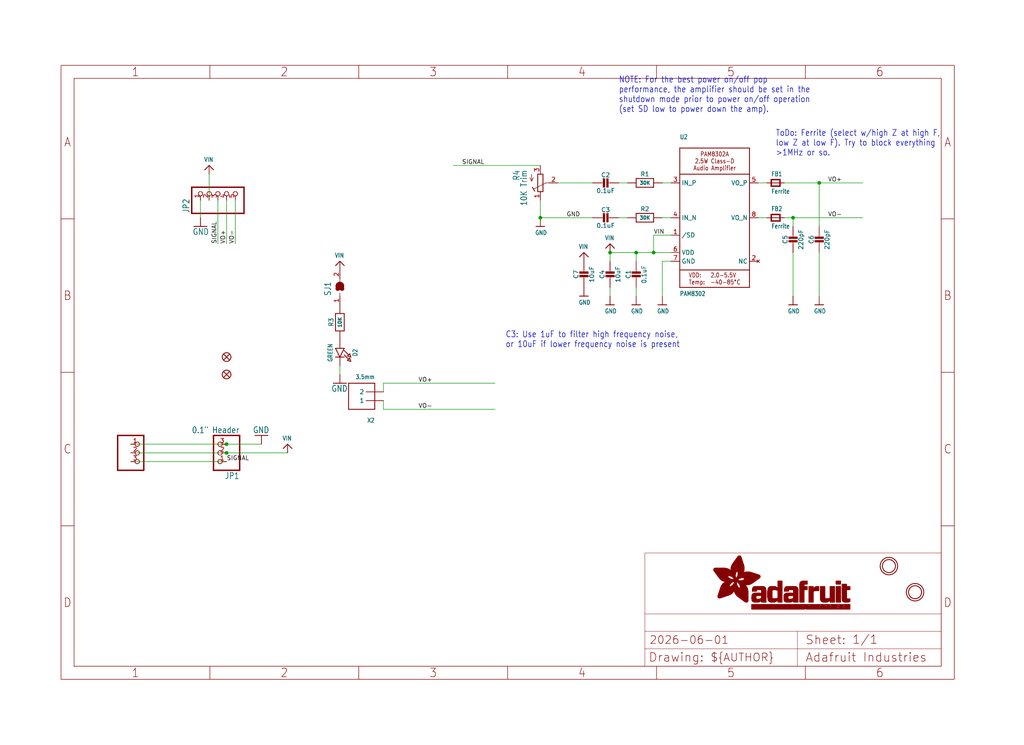
<source format=kicad_sch>
(kicad_sch (version 20230121) (generator eeschema)
  (paper "User" 298.45 217.322)
  (lib_symbols
    (symbol "working-eagle-import:AUDIOAMP_PAM8302A"
      (property "Reference" "U" (at -10.16 22.86 0))
      (symbol "AUDIOAMP_PAM8302A_1_0"
        (text "2.0-5.5V\n-40-85°C" (at -1.27 -17.78 0) (effects (font (size 1.27 1.0795)) (justify left)))
        (text "PAM8302A\n2.5W Class-D\nAudio Amplifier" (at 0 16.51 0) (effects (font (size 1.27 1.0795))))
        (text "VDD:\nTemp:" (at -7.62 -17.78 0) (effects (font (size 1.27 1.0795)) (justify left)))
        (pin input line (at -12.7 -5.08 0) (length 2.54) (name "/SD") (number "1"))
        (pin no_connect line (at 12.7 -12.7 180) (length 2.54) (name "NC") (number "2"))
        (pin input line (at -12.7 10.16 0) (length 2.54) (name "IN_P") (number "3"))
        (pin input line (at -12.7 0 0) (length 2.54) (name "IN_N") (number "4"))
        (pin output line (at 12.7 10.16 180) (length 2.54) (name "VO_P") (number "5"))
        (pin power_in line (at -12.7 -10.16 0) (length 2.54) (name "VDD") (number "6"))
        (pin power_in line (at -12.7 -12.7 0) (length 2.54) (name "GND") (number "7"))
        (pin output line (at 12.7 0 180) (length 2.54) (name "VO_N") (number "8"))
      )
    )
    (symbol "working-eagle-import:CAP_CERAMIC0603_NO"
      (property "Reference" "C" (at -2.29 1.25 90))
      (symbol "CAP_CERAMIC0603_NO_1_0"
        (pin passive line (at 0 5.08 270) (length 2.54) (name "1") (number "1"))
        (pin passive line (at 0 -2.54 90) (length 2.54) (name "2") (number "2"))
      )
    )
    (symbol "working-eagle-import:CAP_CERAMIC0805-NOOUTLINE"
      (property "Reference" "C" (at -2.29 1.25 90))
      (symbol "CAP_CERAMIC0805-NOOUTLINE_1_0"
        (pin passive line (at 0 5.08 270) (length 2.54) (name "1") (number "1"))
        (pin passive line (at 0 -2.54 90) (length 2.54) (name "2") (number "2"))
      )
    )
    (symbol "working-eagle-import:CON_JST_PH_3PIN"
      (symbol "CON_JST_PH_3PIN_1_0"
        (pin passive inverted (at -2.54 2.54 0) (length 2.54) (name "1") (number "1"))
        (pin passive inverted (at -2.54 0 0) (length 2.54) (name "2") (number "2"))
        (pin passive inverted (at -2.54 -2.54 0) (length 2.54) (name "3") (number "3"))
      )
      (symbol "CON_JST_PH_3PIN_2_0"
        (pin bidirectional line (at 0 0 0) (length 5.08) (name "MT") (number "NC1"))
      )
      (symbol "CON_JST_PH_3PIN_3_0"
        (pin bidirectional line (at 0 0 0) (length 5.08) (name "MT") (number "NC2"))
      )
    )
    (symbol "working-eagle-import:FERRITE-0603NO"
      (property "Reference" "FB" (at -1.27 1.905 0))
      (symbol "FERRITE-0603NO_1_0"
        (pin passive line (at -2.54 0 0) (length 2.54) (name "P$1") (number "1"))
        (pin passive line (at 2.54 0 180) (length 2.54) (name "P$2") (number "2"))
      )
    )
    (symbol "working-eagle-import:FIDUCIAL_1MM")
    (symbol "working-eagle-import:FRAME_A4_ADAFRUIT"
      (symbol "FRAME_A4_ADAFRUIT_1_0"
        (text "${#}/${##}" (at 230.505 10.16 0) (effects (font (size 2.54 2.54)) (justify left bottom)))
        (text "${AUTHOR}" (at 189.23 5.08 0) (effects (font (size 2.286 2.286)) (justify left bottom)))
        (text "${CURRENT_DATE}" (at 171.45 10.16 0) (effects (font (size 2.286 2.286)) (justify left bottom)))
        (text "${PROJECTNAME}" (at 171.45 15.24 0) (effects (font (size 2.54 2.54)) (justify left bottom)))
        (text "1" (at 21.6958 1.905 0) (effects (font (size 2.54 2.286))))
        (text "1" (at 21.6958 177.165 0) (effects (font (size 2.54 2.286))))
        (text "2" (at 65.0875 1.905 0) (effects (font (size 2.54 2.286))))
        (text "2" (at 65.0875 177.165 0) (effects (font (size 2.54 2.286))))
        (text "3" (at 108.4792 1.905 0) (effects (font (size 2.54 2.286))))
        (text "3" (at 108.4792 177.165 0) (effects (font (size 2.54 2.286))))
        (text "4" (at 151.8708 1.905 0) (effects (font (size 2.54 2.286))))
        (text "4" (at 151.8708 177.165 0) (effects (font (size 2.54 2.286))))
        (text "5" (at 195.2625 1.905 0) (effects (font (size 2.54 2.286))))
        (text "5" (at 195.2625 177.165 0) (effects (font (size 2.54 2.286))))
        (text "6" (at 238.6542 1.905 0) (effects (font (size 2.54 2.286))))
        (text "6" (at 238.6542 177.165 0) (effects (font (size 2.54 2.286))))
        (text "A" (at 1.905 156.6863 0) (effects (font (size 2.54 2.286))))
        (text "A" (at 258.445 156.6863 0) (effects (font (size 2.54 2.286))))
        (text "Adafruit Industries" (at 216.916 4.953 0) (effects (font (size 2.54 2.54)) (justify left bottom)))
        (text "B" (at 1.905 111.9188 0) (effects (font (size 2.54 2.286))))
        (text "B" (at 258.445 111.9188 0) (effects (font (size 2.54 2.286))))
        (text "C" (at 1.905 67.1513 0) (effects (font (size 2.54 2.286))))
        (text "C" (at 258.445 67.1513 0) (effects (font (size 2.54 2.286))))
        (text "D" (at 1.905 22.3838 0) (effects (font (size 2.54 2.286))))
        (text "D" (at 258.445 22.3838 0) (effects (font (size 2.54 2.286))))
        (text "Drawing:" (at 171.196 4.953 0) (effects (font (size 2.54 2.54)) (justify left bottom)))
        (text "Sheet:" (at 216.916 10.033 0) (effects (font (size 2.54 2.54)) (justify left bottom)))
      )
    )
    (symbol "working-eagle-import:GND" (power)
      (property "Value" "GND" (at -2.54 -2.54 0))
      (symbol "GND_1_0"
        (pin power_in line (at 0 2.54 270) (length 2.54) (name "GND") (number "1"))
      )
    )
    (symbol "working-eagle-import:HEADER-1X3"
      (property "Reference" "JP" (at -6.35 5.715 0))
      (symbol "HEADER-1X3_1_0"
        (pin passive inverted (at -2.54 2.54 0) (length 2.54) (name "1") (number "1"))
        (pin passive inverted (at -2.54 0 0) (length 2.54) (name "2") (number "2"))
        (pin passive inverted (at -2.54 -2.54 0) (length 2.54) (name "3") (number "3"))
      )
    )
    (symbol "working-eagle-import:HEADER-1X570MIL"
      (property "Reference" "JP" (at -6.35 8.255 0))
      (symbol "HEADER-1X570MIL_1_0"
        (pin passive inverted (at -2.54 5.08 0) (length 2.54) (name "1") (number "1"))
        (pin passive inverted (at -2.54 2.54 0) (length 2.54) (name "2") (number "2"))
        (pin passive inverted (at -2.54 0 0) (length 2.54) (name "3") (number "3"))
        (pin passive inverted (at -2.54 -2.54 0) (length 2.54) (name "4") (number "4"))
        (pin passive inverted (at -2.54 -5.08 0) (length 2.54) (name "5") (number "5"))
      )
    )
    (symbol "working-eagle-import:LED0603_NOOUTLINE"
      (property "Reference" "D" (at -1.27 4.445 0))
      (symbol "LED0603_NOOUTLINE_1_0"
        (pin passive line (at -5.08 0 0) (length 2.54) (name "A") (number "A"))
        (pin passive line (at 2.54 0 180) (length 2.54) (name "C") (number "C"))
      )
    )
    (symbol "working-eagle-import:MOUNTINGHOLE2.5")
    (symbol "working-eagle-import:R-TRIMM3314J"
      (property "Reference" "R" (at -5.969 -3.81 90))
      (symbol "R-TRIMM3314J_1_0"
        (pin passive line (at 0 5.08 270) (length 2.54) (name "E") (number "1"))
        (pin passive line (at 5.08 0 180) (length 2.54) (name "S") (number "2"))
        (pin passive line (at 0 -5.08 90) (length 2.54) (name "A") (number "3"))
      )
    )
    (symbol "working-eagle-import:RESISTOR_0603_NOOUT"
      (property "Reference" "R" (at 0 2.54 0))
      (symbol "RESISTOR_0603_NOOUT_1_0"
        (pin passive line (at -5.08 0 0) (length 2.54) (name "1") (number "1"))
        (pin passive line (at 5.08 0 180) (length 2.54) (name "2") (number "2"))
      )
    )
    (symbol "working-eagle-import:SOLDERJUMPER_CLOSED"
      (property "Reference" "SJ" (at -2.54 2.54 0))
      (symbol "SOLDERJUMPER_CLOSED_1_0"
        (pin passive line (at -5.08 0 0) (length 2.54) (name "1") (number "1"))
        (pin passive line (at 5.08 0 180) (length 2.54) (name "2") (number "2"))
      )
    )
    (symbol "working-eagle-import:TERMBLOCK_1X2_3.5MM"
      (property "Reference" "X" (at -2.54 7.62 0))
      (symbol "TERMBLOCK_1X2_3.5MM_1_0"
        (pin passive line (at -5.08 2.54 0) (length 5.08) (name "1") (number "1"))
        (pin passive line (at -5.08 0 0) (length 5.08) (name "2") (number "2"))
      )
    )
    (symbol "working-eagle-import:VIN" (power)
      (property "Value" "VIN" (at -1.524 1.016 0))
      (symbol "VIN_1_0"
        (pin power_in line (at 0 -2.54 90) (length 2.54) (name "VIN") (number "1"))
      )
    )
    (symbol "working-eagle-import:microbuilder_GND" (power)
      (property "Value" "microbuilder_GND" (at -1.524 -2.54 0))
      (symbol "microbuilder_GND_1_0"
        (pin power_in line (at 0 2.54 270) (length 2.54) (name "GND") (number "1"))
      )
    )
  )
  (junction (at 157.48 63.5))
  (junction (at 66.04 129.54))
  (junction (at 66.04 132.08))
  (junction (at 231.14 63.5))
  (junction (at 190.5 73.66))
  (junction (at 185.42 73.66))
  (junction (at 238.76 53.34))
  (junction (at 177.8 73.66))
  (wire (pts (xy 111.76 119.38) (xy 144.272 119.38)) (stroke (width 0.1524)))
  (wire (pts (xy 238.76 53.34) (xy 251.46 53.34)) (stroke (width 0.1524)))
  (wire (pts (xy 111.76 116.84) (xy 111.76 119.38)) (stroke (width 0.1524)))
  (wire (pts (xy 220.98 63.5) (xy 223.52 63.5)) (stroke (width 0.1524)))
  (wire (pts (xy 195.58 73.66) (xy 190.5 73.66)) (stroke (width 0.1524)))
  (wire (pts (xy 162.56 53.34) (xy 172.72 53.34)) (stroke (width 0.1524)))
  (wire (pts (xy 182.88 63.5) (xy 180.34 63.5)) (stroke (width 0.1524)))
  (wire (pts (xy 195.58 63.5) (xy 193.04 63.5)) (stroke (width 0.1524)))
  (wire (pts (xy 180.34 53.34) (xy 182.88 53.34)) (stroke (width 0.1524)))
  (wire (pts (xy 177.8 83.82) (xy 177.8 86.36)) (stroke (width 0.1524)))
  (wire (pts (xy 76.2 129.54) (xy 66.04 129.54)) (stroke (width 0.1524)))
  (wire (pts (xy 190.5 73.66) (xy 185.42 73.66)) (stroke (width 0.1524)))
  (wire (pts (xy 238.76 73.66) (xy 238.76 86.36)) (stroke (width 0.1524)))
  (wire (pts (xy 111.76 111.76) (xy 111.76 114.3)) (stroke (width 0.1524)))
  (wire (pts (xy 231.14 73.66) (xy 231.14 86.36)) (stroke (width 0.1524)))
  (wire (pts (xy 66.04 58.42) (xy 66.04 71.12)) (stroke (width 0.1524)))
  (wire (pts (xy 195.58 76.2) (xy 193.04 76.2)) (stroke (width 0.1524)))
  (wire (pts (xy 83.82 132.08) (xy 66.04 132.08)) (stroke (width 0.1524)))
  (wire (pts (xy 220.98 53.34) (xy 223.52 53.34)) (stroke (width 0.1524)))
  (wire (pts (xy 177.8 73.66) (xy 177.8 76.2)) (stroke (width 0.1524)))
  (wire (pts (xy 68.58 58.42) (xy 68.58 71.12)) (stroke (width 0.1524)))
  (wire (pts (xy 228.6 53.34) (xy 238.76 53.34)) (stroke (width 0.1524)))
  (wire (pts (xy 195.58 68.58) (xy 190.5 68.58)) (stroke (width 0.1524)))
  (wire (pts (xy 99.06 109.22) (xy 99.06 106.68)) (stroke (width 0.1524)))
  (wire (pts (xy 157.48 58.42) (xy 157.48 63.5)) (stroke (width 0.1524)))
  (wire (pts (xy 185.42 73.66) (xy 185.42 76.2)) (stroke (width 0.1524)))
  (wire (pts (xy 195.58 53.34) (xy 193.04 53.34)) (stroke (width 0.1524)))
  (wire (pts (xy 60.96 58.42) (xy 60.96 50.8)) (stroke (width 0.1524)))
  (wire (pts (xy 157.48 48.26) (xy 132.08 48.26)) (stroke (width 0.1524)))
  (wire (pts (xy 172.72 63.5) (xy 157.48 63.5)) (stroke (width 0.1524)))
  (wire (pts (xy 228.6 63.5) (xy 231.14 63.5)) (stroke (width 0.1524)))
  (wire (pts (xy 193.04 76.2) (xy 193.04 86.36)) (stroke (width 0.1524)))
  (wire (pts (xy 38.1 134.62) (xy 66.04 134.62)) (stroke (width 0.1524)))
  (wire (pts (xy 38.1 129.54) (xy 66.04 129.54)) (stroke (width 0.1524)))
  (wire (pts (xy 185.42 83.82) (xy 185.42 86.36)) (stroke (width 0.1524)))
  (wire (pts (xy 63.5 58.42) (xy 63.5 71.12)) (stroke (width 0.1524)))
  (wire (pts (xy 190.5 68.58) (xy 190.5 73.66)) (stroke (width 0.1524)))
  (wire (pts (xy 144.272 111.76) (xy 111.76 111.76)) (stroke (width 0.1524)))
  (wire (pts (xy 231.14 63.5) (xy 231.14 66.04)) (stroke (width 0.1524)))
  (wire (pts (xy 58.42 63.5) (xy 58.42 58.42)) (stroke (width 0.1524)))
  (wire (pts (xy 231.14 63.5) (xy 251.46 63.5)) (stroke (width 0.1524)))
  (wire (pts (xy 185.42 73.66) (xy 177.8 73.66)) (stroke (width 0.1524)))
  (wire (pts (xy 238.76 53.34) (xy 238.76 66.04)) (stroke (width 0.1524)))
  (wire (pts (xy 66.04 132.08) (xy 38.1 132.08)) (stroke (width 0.1524)))
  (text "C3: Use 1uF to filter high frequency noise,\nor 10uF if lower frequency noise is present" (at 147.32 101.6 0) (effects (font (size 1.778 1.5113)) (justify left bottom)))
  (text "NOTE: For the best power on/off pop\nperformance, the amplifier should be set in the\nshutdown mode prior to power on/off operation\n(set SD low to power down the amp)." (at 180.34 33.02 0) (effects (font (size 1.778 1.5113)) (justify left bottom)))
  (text "ToDo: Ferrite (select w/high Z at high F,\nlow Z at low F). Try to block everything\n>1MHz or so." (at 226.06 45.72 0) (effects (font (size 1.778 1.5113)) (justify left bottom)))
  (label "SIGNAL" (at 134.62 48.26 0) (effects (font (size 1.2446 1.2446))))
  (label "VO+" (at 241.3 53.34 0) (effects (font (size 1.2446 1.2446))))
  (label "VO-" (at 121.92 119.38 0) (effects (font (size 1.2446 1.2446))))
  (label "SIGNAL" (at 63.5 71.12 90) (effects (font (size 1.2446 1.2446))))
  (label "VO+" (at 66.04 71.12 90) (effects (font (size 1.2446 1.2446))))
  (label "VO-" (at 68.58 71.12 90) (effects (font (size 1.2446 1.2446))))
  (label "VIN" (at 190.5 68.58 0) (effects (font (size 1.2446 1.2446))))
  (label "VO-" (at 241.3 63.5 0) (effects (font (size 1.2446 1.2446))))
  (label "SIGNAL" (at 66.04 134.62 0) (effects (font (size 1.2446 1.2446))))
  (label "VO+" (at 121.92 111.76 0) (effects (font (size 1.2446 1.2446))))
  (label "GND" (at 165.1 63.5 0) (effects (font (size 1.2446 1.2446))))
  (symbol (lib_id "working-eagle-import:MOUNTINGHOLE2.5") (at 266.7 172.72 0) (unit 1)
    (property "Reference" "U$1" (effects hide))
    (property "Value" "MOUNTINGHOLE2.5" (effects hide))
    (property "Footprint" "working:MOUNTINGHOLE_2.5_PLATED" (effects hide))
  )
  (symbol (lib_id "working-eagle-import:VIN") (at 177.8 71.12 0) (unit 1)
    (property "Reference" "#U$18" (effects hide))
    (property "Value" "VIN" (at 176.276 70.104 0) (effects (font (size 1.27 1.0795)) (justify left bottom)))
  )
  (symbol (lib_id "working-eagle-import:microbuilder_GND") (at 185.42 88.9 0) (unit 1)
    (property "Reference" "#U$16" (effects hide))
    (property "Value" "GND" (at 183.896 91.44 0) (effects (font (size 1.27 1.0795)) (justify left bottom)))
  )
  (symbol (lib_id "working-eagle-import:TERMBLOCK_1X2_3.5MM") (at 106.68 114.3 180) (unit 1)
    (property "Reference" "X2" (at 109.22 121.92 0) (effects (font (size 1.27 1.0795)) (justify left bottom)))
    (property "Value" "3.5mm" (at 109.22 109.22 0) (effects (font (size 1.27 1.0795)) (justify left bottom)))
    (property "Footprint" "working:TERMBLOCK_1X2-3.5MM" (effects hide))
  )
  (symbol (lib_id "working-eagle-import:microbuilder_GND") (at 157.48 66.04 0) (unit 1)
    (property "Reference" "#U$11" (effects hide))
    (property "Value" "GND" (at 155.956 68.58 0) (effects (font (size 1.27 1.0795)) (justify left bottom)))
  )
  (symbol (lib_id "working-eagle-import:CAP_CERAMIC0805-NOOUTLINE") (at 170.18 81.28 0) (unit 1)
    (property "Reference" "C7" (at 167.89 80.03 90))
    (property "Value" "10uF" (at 172.48 80.03 90))
    (property "Footprint" "working:0805-NO" (effects hide))
  )
  (symbol (lib_id "working-eagle-import:RESISTOR_0603_NOOUT") (at 187.96 63.5 0) (unit 1)
    (property "Reference" "R2" (at 187.96 60.96 0))
    (property "Value" "30K" (at 187.96 63.5 0) (effects (font (size 1.016 1.016) bold)))
    (property "Footprint" "working:0603-NO" (effects hide))
  )
  (symbol (lib_id "working-eagle-import:SOLDERJUMPER_CLOSED") (at 99.06 83.82 90) (unit 1)
    (property "Reference" "SJ1" (at 96.52 86.36 0) (effects (font (size 1.778 1.5113)) (justify left bottom)))
    (property "Value" "SOLDERJUMPER_CLOSED" (effects hide))
    (property "Footprint" "working:SOLDERJUMPER_CLOSEDWIRE" (effects hide))
  )
  (symbol (lib_id "working-eagle-import:FERRITE-0603NO") (at 226.06 53.34 0) (unit 1)
    (property "Reference" "FB1" (at 224.79 51.435 0) (effects (font (size 1.27 1.0795)) (justify left bottom)))
    (property "Value" "Ferrite" (at 224.79 56.515 0) (effects (font (size 1.27 1.0795)) (justify left bottom)))
    (property "Footprint" "working:0603-NO" (effects hide))
  )
  (symbol (lib_id "working-eagle-import:RESISTOR_0603_NOOUT") (at 99.06 93.98 90) (unit 1)
    (property "Reference" "R3" (at 96.52 93.98 0))
    (property "Value" "10K" (at 99.06 93.98 0) (effects (font (size 1.016 1.016) bold)))
    (property "Footprint" "working:0603-NO" (effects hide))
  )
  (symbol (lib_id "working-eagle-import:VIN") (at 83.82 129.54 0) (unit 1)
    (property "Reference" "#U$6" (effects hide))
    (property "Value" "VIN" (at 82.296 128.524 0) (effects (font (size 1.27 1.0795)) (justify left bottom)))
  )
  (symbol (lib_id "working-eagle-import:FERRITE-0603NO") (at 226.06 63.5 0) (unit 1)
    (property "Reference" "FB2" (at 224.79 61.595 0) (effects (font (size 1.27 1.0795)) (justify left bottom)))
    (property "Value" "Ferrite" (at 224.79 66.675 0) (effects (font (size 1.27 1.0795)) (justify left bottom)))
    (property "Footprint" "working:0603-NO" (effects hide))
  )
  (symbol (lib_id "working-eagle-import:VIN") (at 99.06 76.2 0) (unit 1)
    (property "Reference" "#U$2" (effects hide))
    (property "Value" "VIN" (at 97.536 75.184 0) (effects (font (size 1.27 1.0795)) (justify left bottom)))
  )
  (symbol (lib_id "working-eagle-import:FRAME_A4_ADAFRUIT") (at 17.78 198.12 0) (unit 1)
    (property "Reference" "#U$4" (effects hide))
    (property "Value" "FRAME_A4_ADAFRUIT" (effects hide))
  )
  (symbol (lib_id "working-eagle-import:microbuilder_GND") (at 170.18 86.36 0) (unit 1)
    (property "Reference" "#U$17" (effects hide))
    (property "Value" "GND" (at 168.656 88.9 0) (effects (font (size 1.27 1.0795)) (justify left bottom)))
  )
  (symbol (lib_id "working-eagle-import:CAP_CERAMIC0603_NO") (at 231.14 71.12 0) (unit 1)
    (property "Reference" "C5" (at 228.85 69.87 90))
    (property "Value" "220pF" (at 233.44 69.87 90))
    (property "Footprint" "working:0603-NO" (effects hide))
  )
  (symbol (lib_id "working-eagle-import:GND") (at 99.06 111.76 0) (unit 1)
    (property "Reference" "#GND4" (effects hide))
    (property "Value" "GND" (at 96.52 114.3 0) (effects (font (size 1.778 1.5113)) (justify left bottom)))
  )
  (symbol (lib_id "working-eagle-import:CAP_CERAMIC0603_NO") (at 185.42 81.28 0) (unit 1)
    (property "Reference" "C1" (at 183.13 80.03 90))
    (property "Value" "0.1uF" (at 187.72 80.03 90))
    (property "Footprint" "working:0603-NO" (effects hide))
  )
  (symbol (lib_id "working-eagle-import:RESISTOR_0603_NOOUT") (at 187.96 53.34 0) (unit 1)
    (property "Reference" "R1" (at 187.96 50.8 0))
    (property "Value" "30K" (at 187.96 53.34 0) (effects (font (size 1.016 1.016) bold)))
    (property "Footprint" "working:0603-NO" (effects hide))
  )
  (symbol (lib_id "working-eagle-import:CAP_CERAMIC0603_NO") (at 175.26 63.5 270) (unit 1)
    (property "Reference" "C3" (at 176.51 61.21 90))
    (property "Value" "0.1uF" (at 176.51 65.8 90))
    (property "Footprint" "working:0603-NO" (effects hide))
  )
  (symbol (lib_id "working-eagle-import:GND") (at 76.2 127 0) (mirror x) (unit 1)
    (property "Reference" "#GND3" (effects hide))
    (property "Value" "GND" (at 73.66 124.46 0) (effects (font (size 1.778 1.5113)) (justify left bottom)))
  )
  (symbol (lib_id "working-eagle-import:VIN") (at 60.96 48.26 0) (unit 1)
    (property "Reference" "#U$10" (effects hide))
    (property "Value" "VIN" (at 59.436 47.244 0) (effects (font (size 1.27 1.0795)) (justify left bottom)))
  )
  (symbol (lib_id "working-eagle-import:CAP_CERAMIC0603_NO") (at 238.76 71.12 0) (unit 1)
    (property "Reference" "C6" (at 236.47 69.87 90))
    (property "Value" "220pF" (at 241.06 69.87 90))
    (property "Footprint" "working:0603-NO" (effects hide))
  )
  (symbol (lib_id "working-eagle-import:GND") (at 58.42 66.04 0) (mirror y) (unit 1)
    (property "Reference" "#GND7" (effects hide))
    (property "Value" "GND" (at 60.96 68.58 0) (effects (font (size 1.778 1.5113)) (justify left bottom)))
  )
  (symbol (lib_id "working-eagle-import:CON_JST_PH_3PIN") (at 40.64 132.08 0) (unit 1)
    (property "Reference" "X4" (effects hide))
    (property "Value" "JST PH 3" (effects hide))
    (property "Footprint" "working:JSTPH3" (effects hide))
  )
  (symbol (lib_id "working-eagle-import:microbuilder_GND") (at 238.76 88.9 0) (unit 1)
    (property "Reference" "#U$15" (effects hide))
    (property "Value" "GND" (at 237.236 91.44 0) (effects (font (size 1.27 1.0795)) (justify left bottom)))
  )
  (symbol (lib_id "working-eagle-import:CAP_CERAMIC0805-NOOUTLINE") (at 177.8 81.28 0) (unit 1)
    (property "Reference" "C4" (at 175.51 80.03 90))
    (property "Value" "10uF" (at 180.1 80.03 90))
    (property "Footprint" "working:0805-NO" (effects hide))
  )
  (symbol (lib_id "working-eagle-import:microbuilder_GND") (at 231.14 88.9 0) (unit 1)
    (property "Reference" "#U$14" (effects hide))
    (property "Value" "GND" (at 229.616 91.44 0) (effects (font (size 1.27 1.0795)) (justify left bottom)))
  )
  (symbol (lib_id "working-eagle-import:R-TRIMM3314J") (at 157.48 53.34 0) (mirror x) (unit 1)
    (property "Reference" "R4" (at 151.511 49.53 90) (effects (font (size 1.778 1.5113)) (justify left bottom)))
    (property "Value" "10K Trim" (at 153.67 49.53 90) (effects (font (size 1.778 1.5113)) (justify left bottom)))
    (property "Footprint" "working:RTRIM3314J" (effects hide))
  )
  (symbol (lib_id "working-eagle-import:FIDUCIAL_1MM") (at 66.04 109.22 0) (unit 1)
    (property "Reference" "FID2" (effects hide))
    (property "Value" "FIDUCIAL_1MM" (effects hide))
    (property "Footprint" "working:FIDUCIAL_1MM" (effects hide))
  )
  (symbol (lib_id "working-eagle-import:HEADER-1X570MIL") (at 63.5 55.88 90) (unit 1)
    (property "Reference" "JP2" (at 55.245 62.23 0) (effects (font (size 1.778 1.5113)) (justify left bottom)))
    (property "Value" "HEADER-1X570MIL" (effects hide))
    (property "Footprint" "working:1X05_ROUND_70" (effects hide))
  )
  (symbol (lib_id "working-eagle-import:FIDUCIAL_1MM") (at 66.04 104.14 0) (unit 1)
    (property "Reference" "FID3" (effects hide))
    (property "Value" "FIDUCIAL_1MM" (effects hide))
    (property "Footprint" "working:FIDUCIAL_1MM" (effects hide))
  )
  (symbol (lib_id "working-eagle-import:AUDIOAMP_PAM8302A") (at 208.28 63.5 0) (unit 1)
    (property "Reference" "U2" (at 198.12 40.64 0) (effects (font (size 1.27 1.0795)) (justify left bottom)))
    (property "Value" "PAM8302" (at 198.12 86.36 0) (effects (font (size 1.27 1.0795)) (justify left bottom)))
    (property "Footprint" "working:MSOP8_0.65MM" (effects hide))
  )
  (symbol (lib_id "working-eagle-import:CAP_CERAMIC0603_NO") (at 175.26 53.34 270) (unit 1)
    (property "Reference" "C2" (at 176.51 51.05 90))
    (property "Value" "0.1uF" (at 176.51 55.64 90))
    (property "Footprint" "working:0603-NO" (effects hide))
  )
  (symbol (lib_id "working-eagle-import:microbuilder_GND") (at 177.8 88.9 0) (unit 1)
    (property "Reference" "#U$7" (effects hide))
    (property "Value" "GND" (at 176.276 91.44 0) (effects (font (size 1.27 1.0795)) (justify left bottom)))
  )
  (symbol (lib_id "working-eagle-import:LED0603_NOOUTLINE") (at 99.06 104.14 270) (unit 1)
    (property "Reference" "D2" (at 103.505 102.87 0) (effects (font (size 1.27 1.0795))))
    (property "Value" "GREEN" (at 96.266 102.87 0) (effects (font (size 1.27 1.0795))))
    (property "Footprint" "working:CHIPLED_0603_NOOUTLINE" (effects hide))
  )
  (symbol (lib_id "working-eagle-import:HEADER-1X3") (at 63.5 132.08 180) (unit 1)
    (property "Reference" "JP1" (at 69.85 137.795 0) (effects (font (size 1.778 1.5113)) (justify left bottom)))
    (property "Value" "0.1\" Header" (at 69.85 124.46 0) (effects (font (size 1.778 1.5113)) (justify left bottom)))
    (property "Footprint" "working:1X03_OVAL" (effects hide))
  )
  (symbol (lib_id "working-eagle-import:microbuilder_GND") (at 193.04 88.9 0) (unit 1)
    (property "Reference" "#U$13" (effects hide))
    (property "Value" "GND" (at 191.516 91.44 0) (effects (font (size 1.27 1.0795)) (justify left bottom)))
  )
  (symbol (lib_id "working-eagle-import:VIN") (at 170.18 73.66 0) (unit 1)
    (property "Reference" "#U$20" (effects hide))
    (property "Value" "VIN" (at 168.656 72.644 0) (effects (font (size 1.27 1.0795)) (justify left bottom)))
  )
  (symbol (lib_id "working-eagle-import:MOUNTINGHOLE2.5") (at 259.08 165.1 0) (unit 1)
    (property "Reference" "U$8" (effects hide))
    (property "Value" "MOUNTINGHOLE2.5" (effects hide))
    (property "Footprint" "working:MOUNTINGHOLE_2.5_PLATED" (effects hide))
  )
)
</source>
